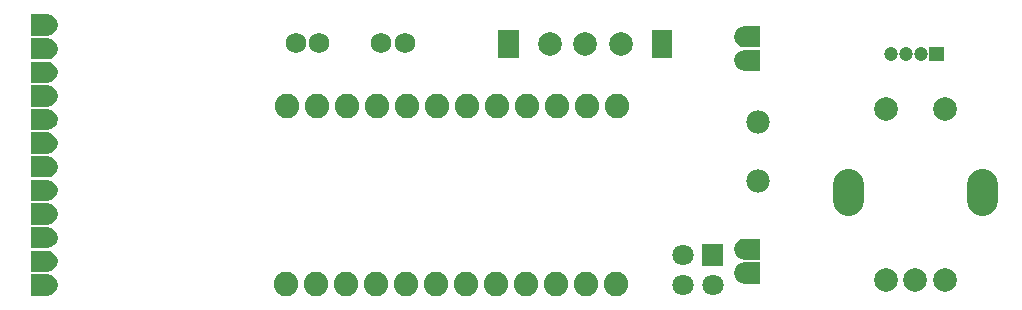
<source format=gts>
G04 Layer: TopSolderMaskLayer*
G04 EasyEDA v6.2.46, 2019-12-20T21:21:12+01:00*
G04 d37f97ebf7a94133afb56d0d7468e1fa,4a9c1d379d7447c5bd0ffc32acf6fcf4,10*
G04 Gerber Generator version 0.2*
G04 Scale: 100 percent, Rotated: No, Reflected: No *
G04 Dimensions in millimeters *
G04 leading zeros omitted , absolute positions ,3 integer and 3 decimal *
%FSLAX33Y33*%
%MOMM*%
G90*
G71D02*

%ADD29C,2.603195*%
%ADD30C,2.003196*%
%ADD32C,1.203198*%
%ADD35C,1.803197*%
%ADD36C,2.082800*%
%ADD37C,1.981200*%
%ADD38C,1.727200*%

%LPD*%
G54D29*
G01X69483Y10728D02*
G01X69483Y9328D01*
G01X80884Y10728D02*
G01X80884Y9328D01*
G54D30*
G01X72684Y17028D03*
G01X77684Y17028D03*
G01X72684Y2529D03*
G01X75184Y2529D03*
G01X77684Y2529D03*
G36*
G01X76405Y21115D02*
G01X76405Y22318D01*
G01X77609Y22318D01*
G01X77609Y21115D01*
G01X76405Y21115D01*
G37*
G54D32*
G01X75706Y21717D03*
G01X74407Y21717D03*
G01X73107Y21717D03*
G36*
G01X60766Y2263D02*
G01X60431Y2329D01*
G01X60137Y2524D01*
G01X59941Y2819D01*
G01X59872Y3164D01*
G01X59941Y3510D01*
G01X60137Y3802D01*
G01X60431Y3997D01*
G01X60766Y4066D01*
G01X62077Y4066D01*
G01X62077Y2263D01*
G01X60766Y2263D01*
G37*
G36*
G01X60766Y4262D02*
G01X60431Y4328D01*
G01X60137Y4523D01*
G01X59941Y4818D01*
G01X59872Y5163D01*
G01X59941Y5509D01*
G01X60137Y5803D01*
G01X60431Y5999D01*
G01X60766Y6065D01*
G01X62077Y6065D01*
G01X62077Y4262D01*
G01X60766Y4262D01*
G37*
G36*
G01X60766Y22263D02*
G01X60431Y22329D01*
G01X60137Y22524D01*
G01X59941Y22819D01*
G01X59872Y23164D01*
G01X59941Y23510D01*
G01X60137Y23802D01*
G01X60431Y23997D01*
G01X60766Y24066D01*
G01X62077Y24066D01*
G01X62077Y22263D01*
G01X60766Y22263D01*
G37*
G36*
G01X60766Y20261D02*
G01X60431Y20330D01*
G01X60137Y20525D01*
G01X59941Y20817D01*
G01X59872Y21163D01*
G01X59941Y21508D01*
G01X60137Y21803D01*
G01X60431Y21998D01*
G01X60766Y22064D01*
G01X62077Y22064D01*
G01X62077Y20261D01*
G01X60766Y20261D01*
G37*
G36*
G01X373Y1257D02*
G01X373Y3060D01*
G01X1686Y3060D01*
G01X2021Y2994D01*
G01X2316Y2799D01*
G01X2509Y2504D01*
G01X2580Y2159D01*
G01X2509Y1813D01*
G01X2316Y1518D01*
G01X2021Y1323D01*
G01X1686Y1257D01*
G01X373Y1257D01*
G37*
G36*
G01X373Y3256D02*
G01X373Y5059D01*
G01X1686Y5059D01*
G01X2021Y4993D01*
G01X2316Y4798D01*
G01X2509Y4503D01*
G01X2580Y4157D01*
G01X2509Y3812D01*
G01X2316Y3520D01*
G01X2021Y3324D01*
G01X1686Y3256D01*
G01X373Y3256D01*
G37*
G36*
G01X373Y5257D02*
G01X373Y7061D01*
G01X1686Y7061D01*
G01X2021Y6992D01*
G01X2316Y6797D01*
G01X2509Y6504D01*
G01X2580Y6159D01*
G01X2509Y5814D01*
G01X2316Y5519D01*
G01X2021Y5323D01*
G01X1686Y5257D01*
G01X373Y5257D01*
G37*
G36*
G01X373Y7256D02*
G01X373Y9060D01*
G01X1686Y9060D01*
G01X2021Y8994D01*
G01X2316Y8798D01*
G01X2509Y8503D01*
G01X2580Y8158D01*
G01X2509Y7813D01*
G01X2316Y7520D01*
G01X2021Y7325D01*
G01X1686Y7256D01*
G01X373Y7256D01*
G37*
G36*
G01X373Y9258D02*
G01X373Y11061D01*
G01X1686Y11061D01*
G01X2021Y10993D01*
G01X2316Y10797D01*
G01X2509Y10505D01*
G01X2580Y10160D01*
G01X2509Y9814D01*
G01X2316Y9519D01*
G01X2021Y9324D01*
G01X1686Y9258D01*
G01X373Y9258D01*
G37*
G36*
G01X373Y11257D02*
G01X373Y13060D01*
G01X1686Y13060D01*
G01X2021Y12994D01*
G01X2316Y12799D01*
G01X2509Y12504D01*
G01X2580Y12158D01*
G01X2509Y11813D01*
G01X2316Y11518D01*
G01X2021Y11323D01*
G01X1686Y11257D01*
G01X373Y11257D01*
G37*
G36*
G01X373Y13256D02*
G01X373Y15059D01*
G01X1686Y15059D01*
G01X2021Y14993D01*
G01X2316Y14798D01*
G01X2509Y14503D01*
G01X2580Y14157D01*
G01X2509Y13812D01*
G01X2316Y13520D01*
G01X2021Y13324D01*
G01X1686Y13256D01*
G01X373Y13256D01*
G37*
G36*
G01X373Y15257D02*
G01X373Y17061D01*
G01X1686Y17061D01*
G01X2021Y16992D01*
G01X2316Y16797D01*
G01X2509Y16504D01*
G01X2580Y16159D01*
G01X2509Y15814D01*
G01X2316Y15519D01*
G01X2021Y15323D01*
G01X1686Y15257D01*
G01X373Y15257D01*
G37*
G36*
G01X373Y17256D02*
G01X373Y19060D01*
G01X1686Y19060D01*
G01X2021Y18994D01*
G01X2316Y18798D01*
G01X2509Y18503D01*
G01X2580Y18158D01*
G01X2509Y17813D01*
G01X2316Y17520D01*
G01X2021Y17325D01*
G01X1686Y17256D01*
G01X373Y17256D01*
G37*
G36*
G01X373Y19258D02*
G01X373Y21061D01*
G01X1686Y21061D01*
G01X2021Y20993D01*
G01X2316Y20797D01*
G01X2509Y20505D01*
G01X2580Y20159D01*
G01X2509Y19814D01*
G01X2316Y19519D01*
G01X2021Y19324D01*
G01X1686Y19258D01*
G01X373Y19258D01*
G37*
G36*
G01X373Y21257D02*
G01X373Y23060D01*
G01X1686Y23060D01*
G01X2021Y22994D01*
G01X2316Y22799D01*
G01X2509Y22504D01*
G01X2580Y22158D01*
G01X2509Y21813D01*
G01X2316Y21518D01*
G01X2021Y21323D01*
G01X1686Y21257D01*
G01X373Y21257D01*
G37*
G36*
G01X373Y23256D02*
G01X373Y25059D01*
G01X1686Y25059D01*
G01X2021Y24993D01*
G01X2316Y24798D01*
G01X2509Y24503D01*
G01X2580Y24157D01*
G01X2509Y23812D01*
G01X2316Y23520D01*
G01X2021Y23324D01*
G01X1686Y23256D01*
G01X373Y23256D01*
G37*
G36*
G01X39916Y21333D02*
G01X39916Y23736D01*
G01X41617Y23736D01*
G01X41617Y21333D01*
G01X39916Y21333D01*
G37*
G36*
G01X52915Y21333D02*
G01X52915Y23736D01*
G01X54617Y23736D01*
G01X54617Y21333D01*
G01X52915Y21333D01*
G37*
G54D30*
G01X44267Y22535D03*
G01X47267Y22535D03*
G01X50267Y22535D03*
G36*
G01X57137Y3797D02*
G01X57137Y5600D01*
G01X58940Y5600D01*
G01X58940Y3797D01*
G01X57137Y3797D01*
G37*
G54D35*
G01X55499Y4699D03*
G01X58039Y2159D03*
G01X55499Y2159D03*
G54D36*
G01X21945Y2222D03*
G01X24485Y2222D03*
G01X27025Y2222D03*
G01X29565Y2222D03*
G01X32105Y2222D03*
G01X34645Y2222D03*
G01X37185Y2222D03*
G01X39725Y2222D03*
G01X42265Y2222D03*
G01X44805Y2222D03*
G01X47345Y2222D03*
G01X49885Y2222D03*
G01X49936Y17335D03*
G01X47396Y17335D03*
G01X44856Y17335D03*
G01X42316Y17335D03*
G01X39776Y17335D03*
G01X37236Y17335D03*
G01X34696Y17335D03*
G01X32156Y17335D03*
G01X29616Y17335D03*
G01X27076Y17335D03*
G01X24536Y17335D03*
G01X21996Y17335D03*
G54D37*
G01X61849Y10961D03*
G01X61849Y15962D03*
G54D38*
G01X22749Y22606D03*
G01X24748Y22606D03*
G01X29988Y22606D03*
G01X31987Y22606D03*
M00*
M02*

</source>
